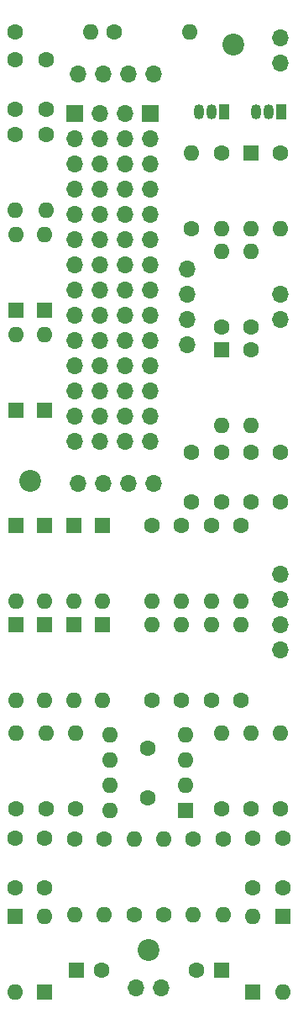
<source format=gbr>
%TF.GenerationSoftware,KiCad,Pcbnew,8.0.5*%
%TF.CreationDate,2024-11-21T14:29:38+00:00*%
%TF.ProjectId,EuroRackControl-IO,4575726f-5261-4636-9b43-6f6e74726f6c,rev?*%
%TF.SameCoordinates,Original*%
%TF.FileFunction,Soldermask,Bot*%
%TF.FilePolarity,Negative*%
%FSLAX46Y46*%
G04 Gerber Fmt 4.6, Leading zero omitted, Abs format (unit mm)*
G04 Created by KiCad (PCBNEW 8.0.5) date 2024-11-21 14:29:38*
%MOMM*%
%LPD*%
G01*
G04 APERTURE LIST*
%ADD10R,1.600000X1.600000*%
%ADD11O,1.600000X1.600000*%
%ADD12C,1.600000*%
%ADD13R,1.050000X1.500000*%
%ADD14O,1.050000X1.500000*%
%ADD15C,2.200000*%
%ADD16O,1.700000X1.700000*%
%ADD17R,1.700000X1.700000*%
G04 APERTURE END LIST*
D10*
%TO.C,D201*%
X51500000Y-140800000D03*
D11*
X51500000Y-148420000D03*
%TD*%
D10*
%TO.C,C202*%
X57700000Y-146240000D03*
D12*
X60200000Y-146240000D03*
%TD*%
%TO.C,R401*%
X54600000Y-62100000D03*
D11*
X54600000Y-69720000D03*
%TD*%
D12*
%TO.C,R601*%
X71300000Y-119120000D03*
D11*
X71300000Y-111500000D03*
%TD*%
D13*
%TO.C,Q1*%
X72600000Y-59800000D03*
D14*
X71330000Y-59800000D03*
X70060000Y-59800000D03*
%TD*%
D12*
%TO.C,C100*%
X78500000Y-133000000D03*
X78500000Y-138000000D03*
%TD*%
%TO.C,R204*%
X60500000Y-133080000D03*
D11*
X60500000Y-140700000D03*
%TD*%
D10*
%TO.C,D101*%
X78500000Y-140800000D03*
D11*
X78500000Y-148420000D03*
%TD*%
D12*
%TO.C,R203*%
X57500000Y-133080000D03*
D11*
X57500000Y-140700000D03*
%TD*%
D12*
%TO.C,C600*%
X75300000Y-99100000D03*
X75300000Y-94100000D03*
%TD*%
D10*
%TO.C,D401*%
X54500000Y-79800000D03*
D11*
X54500000Y-72180000D03*
%TD*%
D12*
%TO.C,C101*%
X75500000Y-133000000D03*
X75500000Y-138000000D03*
%TD*%
%TO.C,R351*%
X72300000Y-64000000D03*
D11*
X72300000Y-71620000D03*
%TD*%
D10*
%TO.C,U1*%
X68670000Y-130210000D03*
D11*
X68670000Y-127670000D03*
X68670000Y-125130000D03*
X68670000Y-122590000D03*
X61050000Y-122590000D03*
X61050000Y-125130000D03*
X61050000Y-127670000D03*
X61050000Y-130210000D03*
%TD*%
D15*
%TO.C,MK2*%
X53000000Y-97000000D03*
%TD*%
D16*
%TO.C,J10*%
X78300000Y-80760000D03*
X78300000Y-78220000D03*
%TD*%
D12*
%TO.C,C550*%
X72300000Y-99100000D03*
X72300000Y-94100000D03*
%TD*%
%TO.C,R651*%
X74300000Y-119120000D03*
D11*
X74300000Y-111500000D03*
%TD*%
D12*
%TO.C,R104*%
X69500000Y-133080000D03*
D11*
X69500000Y-140700000D03*
%TD*%
D10*
%TO.C,D500*%
X60300000Y-101500000D03*
D11*
X60300000Y-109120000D03*
%TD*%
D12*
%TO.C,R102*%
X72300000Y-130000000D03*
D11*
X72300000Y-122380000D03*
%TD*%
D12*
%TO.C,C200*%
X51500000Y-133000000D03*
X51500000Y-138000000D03*
%TD*%
D16*
%TO.C,J15*%
X60050000Y-60000000D03*
X60050000Y-62540000D03*
X60050000Y-65080000D03*
X60050000Y-67620000D03*
X60050000Y-70160000D03*
X60050000Y-72700000D03*
X60050000Y-75240000D03*
X60050000Y-77780000D03*
X60050000Y-80320000D03*
X60050000Y-82860000D03*
X60050000Y-85400000D03*
X60050000Y-87940000D03*
X60050000Y-90480000D03*
X60050000Y-93020000D03*
%TD*%
D12*
%TO.C,R100*%
X78300000Y-130000000D03*
D11*
X78300000Y-122380000D03*
%TD*%
D12*
%TO.C,R302*%
X69300000Y-71620000D03*
D11*
X69300000Y-64000000D03*
%TD*%
D12*
%TO.C,R501*%
X65300000Y-119120000D03*
D11*
X65300000Y-111500000D03*
%TD*%
D16*
%TO.C,J13*%
X66270000Y-148000000D03*
X63730000Y-148000000D03*
%TD*%
D12*
%TO.C,C400*%
X54600000Y-59600000D03*
X54600000Y-54600000D03*
%TD*%
D16*
%TO.C,J16*%
X62590000Y-60000000D03*
X62590000Y-62540000D03*
X62590000Y-65080000D03*
X62590000Y-67620000D03*
X62590000Y-70160000D03*
X62590000Y-72700000D03*
X62590000Y-75240000D03*
X62590000Y-77780000D03*
X62590000Y-80320000D03*
X62590000Y-82860000D03*
X62590000Y-85400000D03*
X62590000Y-87940000D03*
X62590000Y-90480000D03*
X62590000Y-93020000D03*
%TD*%
D12*
%TO.C,R300*%
X75300000Y-81500000D03*
D11*
X75300000Y-73880000D03*
%TD*%
D12*
%TO.C,R352*%
X72300000Y-81500000D03*
D11*
X72300000Y-73880000D03*
%TD*%
D12*
%TO.C,C450*%
X51550000Y-54600000D03*
X51550000Y-59600000D03*
%TD*%
D10*
%TO.C,D600*%
X54500000Y-101500000D03*
D11*
X54500000Y-109120000D03*
%TD*%
D16*
%TO.C,J12*%
X78300000Y-114040000D03*
X78300000Y-111500000D03*
X78300000Y-108960000D03*
X78300000Y-106420000D03*
%TD*%
D10*
%TO.C,D100*%
X75500000Y-148420000D03*
D11*
X75500000Y-140800000D03*
%TD*%
D12*
%TO.C,R101*%
X75300000Y-130000000D03*
D11*
X75300000Y-122380000D03*
%TD*%
D10*
%TO.C,D501*%
X60300000Y-111500000D03*
D11*
X60300000Y-119120000D03*
%TD*%
D12*
%TO.C,C650*%
X78300000Y-99100000D03*
X78300000Y-94100000D03*
%TD*%
%TO.C,R551*%
X68300000Y-119120000D03*
D11*
X68300000Y-111500000D03*
%TD*%
D12*
%TO.C,R103*%
X72500000Y-133080000D03*
D11*
X72500000Y-140700000D03*
%TD*%
D12*
%TO.C,R202*%
X57600000Y-130000000D03*
D11*
X57600000Y-122380000D03*
%TD*%
D12*
%TO.C,R350*%
X78300000Y-64000000D03*
D11*
X78300000Y-71620000D03*
%TD*%
D12*
%TO.C,R200*%
X54600000Y-130000000D03*
D11*
X54600000Y-122380000D03*
%TD*%
D12*
%TO.C,R105*%
X66500000Y-140700000D03*
D11*
X66500000Y-133080000D03*
%TD*%
D10*
%TO.C,D350*%
X75300000Y-64000000D03*
D11*
X75300000Y-71620000D03*
%TD*%
D10*
%TO.C,D400*%
X54500000Y-89900000D03*
D11*
X54500000Y-82280000D03*
%TD*%
D12*
%TO.C,R301*%
X75300000Y-83800000D03*
D11*
X75300000Y-91420000D03*
%TD*%
D15*
%TO.C,MK4*%
X65000000Y-144200000D03*
%TD*%
D10*
%TO.C,D651*%
X51600000Y-111500000D03*
D11*
X51600000Y-119120000D03*
%TD*%
D12*
%TO.C,R500*%
X65300000Y-101500000D03*
D11*
X65300000Y-109120000D03*
%TD*%
D12*
%TO.C,R650*%
X74300000Y-101500000D03*
D11*
X74300000Y-109120000D03*
%TD*%
D10*
%TO.C,D550*%
X57400000Y-101500000D03*
D11*
X57400000Y-109120000D03*
%TD*%
D10*
%TO.C,D200*%
X54500000Y-148420000D03*
D11*
X54500000Y-140800000D03*
%TD*%
D10*
%TO.C,D450*%
X51600000Y-89900000D03*
D11*
X51600000Y-82280000D03*
%TD*%
D15*
%TO.C,MK1*%
X73500000Y-53000000D03*
%TD*%
D12*
%TO.C,C500*%
X69300000Y-99100000D03*
X69300000Y-94100000D03*
%TD*%
%TO.C,C11*%
X64870000Y-128910000D03*
X64870000Y-123910000D03*
%TD*%
D10*
%TO.C,D601*%
X54500000Y-111500000D03*
D11*
X54500000Y-119120000D03*
%TD*%
D12*
%TO.C,R600*%
X71300000Y-101500000D03*
D11*
X71300000Y-109120000D03*
%TD*%
D12*
%TO.C,R400*%
X61500000Y-51800000D03*
D11*
X69120000Y-51800000D03*
%TD*%
D10*
%TO.C,D551*%
X57400000Y-111500000D03*
D11*
X57400000Y-119120000D03*
%TD*%
D12*
%TO.C,R451*%
X51550000Y-62100000D03*
D11*
X51550000Y-69720000D03*
%TD*%
D10*
%TO.C,C102*%
X72300000Y-146240000D03*
D12*
X69800000Y-146240000D03*
%TD*%
D13*
%TO.C,Q2*%
X78340000Y-59800000D03*
D14*
X77070000Y-59800000D03*
X75800000Y-59800000D03*
%TD*%
D16*
%TO.C,J8*%
X68830000Y-83300000D03*
X68830000Y-80760000D03*
X68830000Y-78220000D03*
X68830000Y-75680000D03*
%TD*%
D10*
%TO.C,D300*%
X72300000Y-83800000D03*
D11*
X72300000Y-91420000D03*
%TD*%
D12*
%TO.C,R450*%
X51500000Y-51800000D03*
D11*
X59120000Y-51800000D03*
%TD*%
D16*
%TO.C,J11*%
X78300000Y-52365000D03*
X78300000Y-54905000D03*
%TD*%
D10*
%TO.C,D650*%
X51600000Y-101500000D03*
D11*
X51600000Y-109120000D03*
%TD*%
D16*
%TO.C,J7*%
X65500000Y-56000000D03*
X62960000Y-56000000D03*
X60420000Y-56000000D03*
X57880000Y-56000000D03*
%TD*%
D10*
%TO.C,D451*%
X51600000Y-79800000D03*
D11*
X51600000Y-72180000D03*
%TD*%
D12*
%TO.C,R550*%
X68300000Y-101500000D03*
D11*
X68300000Y-109120000D03*
%TD*%
D12*
%TO.C,R205*%
X63500000Y-140700000D03*
D11*
X63500000Y-133080000D03*
%TD*%
D12*
%TO.C,C201*%
X54500000Y-133000000D03*
X54500000Y-138000000D03*
%TD*%
D16*
%TO.C,J9*%
X65500000Y-97200000D03*
X62960000Y-97200000D03*
X60420000Y-97200000D03*
X57880000Y-97200000D03*
%TD*%
D12*
%TO.C,R201*%
X51600000Y-130000000D03*
D11*
X51600000Y-122380000D03*
%TD*%
D17*
%TO.C,J14*%
X65130000Y-60000000D03*
D16*
X65130000Y-62540000D03*
X65130000Y-65080000D03*
X65130000Y-67620000D03*
X65130000Y-70160000D03*
X65130000Y-72700000D03*
X65130000Y-75240000D03*
X65130000Y-77780000D03*
X65130000Y-80320000D03*
X65130000Y-82860000D03*
X65130000Y-85400000D03*
X65130000Y-87940000D03*
X65130000Y-90480000D03*
X65130000Y-93020000D03*
%TD*%
D17*
%TO.C,J4*%
X57510000Y-60000000D03*
D16*
X57510000Y-62540000D03*
X57510000Y-65080000D03*
X57510000Y-67620000D03*
X57510000Y-70160000D03*
X57510000Y-72700000D03*
X57510000Y-75240000D03*
X57510000Y-77780000D03*
X57510000Y-80320000D03*
X57510000Y-82860000D03*
X57510000Y-85400000D03*
X57510000Y-87940000D03*
X57510000Y-90480000D03*
X57510000Y-93020000D03*
%TD*%
M02*

</source>
